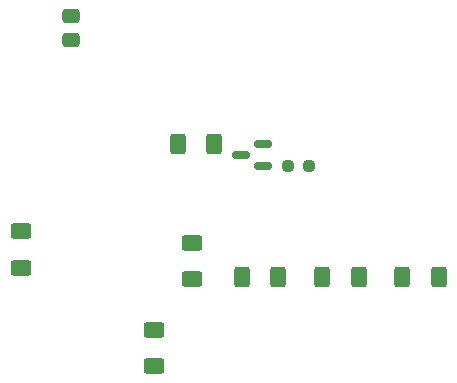
<source format=gbr>
%TF.GenerationSoftware,KiCad,Pcbnew,7.0.7*%
%TF.CreationDate,2024-01-07T22:57:32-05:00*%
%TF.ProjectId,ESP32-C3_hat,45535033-322d-4433-935f-6861742e6b69,rev?*%
%TF.SameCoordinates,Original*%
%TF.FileFunction,Paste,Bot*%
%TF.FilePolarity,Positive*%
%FSLAX46Y46*%
G04 Gerber Fmt 4.6, Leading zero omitted, Abs format (unit mm)*
G04 Created by KiCad (PCBNEW 7.0.7) date 2024-01-07 22:57:32*
%MOMM*%
%LPD*%
G01*
G04 APERTURE LIST*
G04 Aperture macros list*
%AMRoundRect*
0 Rectangle with rounded corners*
0 $1 Rounding radius*
0 $2 $3 $4 $5 $6 $7 $8 $9 X,Y pos of 4 corners*
0 Add a 4 corners polygon primitive as box body*
4,1,4,$2,$3,$4,$5,$6,$7,$8,$9,$2,$3,0*
0 Add four circle primitives for the rounded corners*
1,1,$1+$1,$2,$3*
1,1,$1+$1,$4,$5*
1,1,$1+$1,$6,$7*
1,1,$1+$1,$8,$9*
0 Add four rect primitives between the rounded corners*
20,1,$1+$1,$2,$3,$4,$5,0*
20,1,$1+$1,$4,$5,$6,$7,0*
20,1,$1+$1,$6,$7,$8,$9,0*
20,1,$1+$1,$8,$9,$2,$3,0*%
G04 Aperture macros list end*
%ADD10RoundRect,0.250000X-0.475000X0.337500X-0.475000X-0.337500X0.475000X-0.337500X0.475000X0.337500X0*%
%ADD11RoundRect,0.250000X0.400000X0.625000X-0.400000X0.625000X-0.400000X-0.625000X0.400000X-0.625000X0*%
%ADD12RoundRect,0.250000X-0.625000X0.400000X-0.625000X-0.400000X0.625000X-0.400000X0.625000X0.400000X0*%
%ADD13RoundRect,0.237500X-0.250000X-0.237500X0.250000X-0.237500X0.250000X0.237500X-0.250000X0.237500X0*%
%ADD14RoundRect,0.150000X0.587500X0.150000X-0.587500X0.150000X-0.587500X-0.150000X0.587500X-0.150000X0*%
%ADD15RoundRect,0.250000X-0.400000X-0.625000X0.400000X-0.625000X0.400000X0.625000X-0.400000X0.625000X0*%
G04 APERTURE END LIST*
D10*
%TO.C,C2*%
X32715200Y-39645500D03*
X32715200Y-37570500D03*
%TD*%
D11*
%TO.C,R4*%
X57119600Y-59688800D03*
X54019600Y-59688800D03*
%TD*%
%TO.C,R6*%
X63856800Y-59690000D03*
X60756800Y-59690000D03*
%TD*%
D12*
%TO.C,R7*%
X42991650Y-56792000D03*
X42991650Y-59892000D03*
%TD*%
D13*
%TO.C,R9*%
X52893850Y-50341600D03*
X51068850Y-50341600D03*
%TD*%
D14*
%TO.C,Q1*%
X47106450Y-49376400D03*
X48981450Y-50326400D03*
X48981450Y-48426400D03*
%TD*%
D15*
%TO.C,R1*%
X44871250Y-48411200D03*
X41771250Y-48411200D03*
%TD*%
D11*
%TO.C,R8*%
X50293200Y-59690000D03*
X47193200Y-59690000D03*
%TD*%
D12*
%TO.C,R5*%
X39740450Y-67258000D03*
X39740450Y-64158000D03*
%TD*%
%TO.C,R2*%
X28513650Y-58928000D03*
X28513650Y-55828000D03*
%TD*%
M02*

</source>
